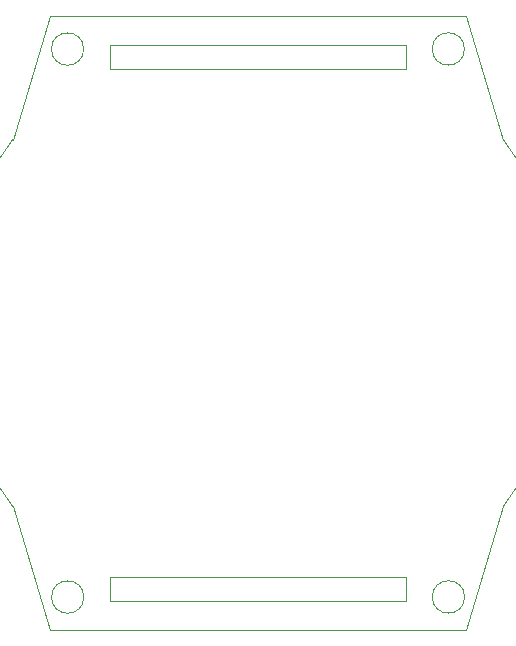
<source format=gbr>
G04 #@! TF.GenerationSoftware,KiCad,Pcbnew,5.1.4-1.fc30*
G04 #@! TF.CreationDate,2020-10-18T16:45:13+02:00*
G04 #@! TF.ProjectId,base,62617365-2e6b-4696-9361-645f70636258,rev?*
G04 #@! TF.SameCoordinates,Original*
G04 #@! TF.FileFunction,Profile,NP*
%FSLAX46Y46*%
G04 Gerber Fmt 4.6, Leading zero omitted, Abs format (unit mm)*
G04 Created by KiCad (PCBNEW 5.1.4-1.fc30) date 2020-10-18 16:45:13*
%MOMM*%
%LPD*%
G04 APERTURE LIST*
%ADD10C,0.050000*%
G04 APERTURE END LIST*
D10*
X234168000Y-99490000D02*
X237308000Y-88990000D01*
X234168000Y-47450000D02*
X237308000Y-57950000D01*
X229082000Y-47450000D02*
X234168000Y-47450000D01*
X198892000Y-99490000D02*
X195752000Y-88990000D01*
X229082000Y-99490000D02*
X198892000Y-99490000D01*
X229082000Y-47450000D02*
X198892000Y-47450000D01*
X198892000Y-47450000D02*
X195751999Y-57950002D01*
X229082000Y-99490000D02*
X234168000Y-99490000D01*
X237308000Y-88990000D02*
G75*
G03X237308000Y-57950000I-20778000J15520000D01*
G01*
X195751998Y-57950002D02*
G75*
G03X195752000Y-88990000I20778002J-15519998D01*
G01*
X201783715Y-96673337D02*
G75*
G03X201783715Y-96673337I-1367832J0D01*
G01*
X234023832Y-96666169D02*
G75*
G03X234023832Y-96666169I-1367832J0D01*
G01*
X234011949Y-50266663D02*
G75*
G03X234011949Y-50266663I-1367832J0D01*
G01*
X201771832Y-50273831D02*
G75*
G03X201771832Y-50273831I-1367832J0D01*
G01*
X204030000Y-51970000D02*
X229030000Y-51970000D01*
X229030000Y-49970000D02*
X229030000Y-51970000D01*
X204030000Y-51970000D02*
X204030000Y-49970000D01*
X229030000Y-49970000D02*
X204030000Y-49970000D01*
X229030000Y-94970000D02*
X204030000Y-94970000D01*
X229030000Y-94970000D02*
X229030000Y-96970000D01*
X204030000Y-96970000D02*
X229030000Y-96970000D01*
X204030000Y-96970000D02*
X204030000Y-94970000D01*
M02*

</source>
